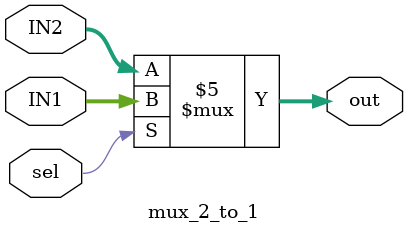
<source format=v>
module test_tb;
    
    reg [7:0] WRITEDATA;
    reg [2:0] WRITEREG, READREG1, READREG2;
    reg CLK, RESET, WRITEENABLE; 
    wire [7:0] REGOUT1, REGOUT2;
    wire [31:0] PC;
    reg [7:0] MEMORY[0:1023];
    wire [31:0] INS_MEMORY;
    
    cpu mycpu(RESET,CLK,PC,INS_MEMORY); //give Instruction to the cpu module depend on the pc
    assign #2 INS_MEMORY={MEMORY[PC+3],MEMORY[PC+2],MEMORY[PC+1],MEMORY[PC]}; //get the instruction from memory
    
       
    initial
    begin
        CLK = 1'b1; //give the instructions as a array
        {MEMORY[3],MEMORY[2],MEMORY[1],MEMORY[0]}=32'b00000110000000100000000000000000;
        {MEMORY[7],MEMORY[6],MEMORY[5],MEMORY[4]}=32'b00000000000000010000000011110111;
        {MEMORY[11],MEMORY[10],MEMORY[9],MEMORY[8]}=32'b00000000000000110000000011110000;
        {MEMORY[15],MEMORY[14],MEMORY[13],MEMORY[12]}=32'b00000000000000010000000000000101;
        {MEMORY[19],MEMORY[18],MEMORY[17],MEMORY[16]}=32'b00000000000000110000000000000101;
        {MEMORY[23],MEMORY[22],MEMORY[21],MEMORY[20]}=32'b00000111111111100000000100000011;
        {MEMORY[27],MEMORY[26],MEMORY[25],MEMORY[24]}=32'b00000010000000100000000100000011;
        {MEMORY[31],MEMORY[30],MEMORY[29],MEMORY[28]}=32'b00000011000000010000000100000001;
        {MEMORY[35],MEMORY[34],MEMORY[33],MEMORY[32]}=32'b00000010000000100000000100000011;
        {MEMORY[39],MEMORY[38],MEMORY[37],MEMORY[36]}=32'b00000101000001010000010000000010;
        {MEMORY[43],MEMORY[42],MEMORY[41],MEMORY[40]}=32'b00000011000000010000000100000001;
        {MEMORY[47],MEMORY[46],MEMORY[45],MEMORY[44]}=32'b00000100000001010000010000000001;
        
        
        // generate files needed to plot the waveform using GTKWave
        $dumpfile("cpu_wavedata.vcd");
		$dumpvars(0, test_tb);
        
        // assign values with time to input signals to see output 
        RESET = 1'b0;
        #1 RESET= 1'b1;
        #1 RESET= 1'b0;
        
        

        
        #180
        $finish;
    end
    
    // clock signal generation
    always
        #5 CLK = ~CLK;
        

endmodule




















module cpu(RESET,CLK,PC,INS_FROM_MEMORY);

input RESET,CLK;
input [31:0] INS_FROM_MEMORY;

output reg [31:0] PC;

wire [31:0]OUTPUT_PC;


control_unit my_control_unit(RESET,CLK,PC,INS_FROM_MEMORY,OUTPUT_PC);


always @(RESET) begin //set the pc value depend on the RESET to start the programme
    PC=-4;
end

always @(posedge CLK) begin //update the pc value depend on the positive clock edge
   
        #1 PC=OUTPUT_PC; //update the pc
end  
endmodule





















module control_unit(RESET,CLK,PC,INSTRUCTION,OUTPUT_PC);

input RESET,CLK;
input [31:0] INSTRUCTION,PC;

output [31:0] OUTPUT_PC;


wire [2:0] WRITEREG, READREG1, READREG2;
wire [3:0] OPCODE;
wire [7:0] REGOUT1, REGOUT2,ALURESULT;
wire ZERO,beq_signal;
wire [31:0] IMMIDIATE,OUTPUT_ADDED_PC,OUT_MUX3,PC_INCREMENT;

reg [7:0] DATA2;
reg [2:0] ALUOP;
reg MUX1,MUX2,WRITEENABLE,MUX3,MUX4;

assign   PC_INCREMENT=PC+4; //increment the pc value by 4
assign   WRITEREG=INSTRUCTION[18:16]; //decode the instruction and get Writereg
assign   READREG1=INSTRUCTION[10:8];  //decode the instruction and get readreg1
assign   READREG2=INSTRUCTION[2:0];   //decode the instruction and get readreg2
assign  #1 OPCODE=INSTRUCTION[27:24];   //decode the instruction and get opcode

and(beq_signal,MUX4,ZERO);//make and operation between zero signal and MUx4 to check whether equal the two registers of beq
adder myadder(IMMIDIATE,PC_INCREMENT,OUTPUT_ADDED_PC); //extended imidiate value in distination field is being added to pc
signExtention mysignExtention(INSTRUCTION[23:16],IMMIDIATE);//pass the imidate value in distination field to sign extension
reg_file File(ALURESULT, REGOUT1, REGOUT2, WRITEREG, READREG1, READREG2, WRITEENABLE, CLK, RESET); //reg file control 
alu mainalu(REGOUT1, DATA2, ALURESULT, ALUOP,ZERO); //alu control
mux_2_to_1 mymux3(OUTPUT_ADDED_PC,PC_INCREMENT,MUX3,OUT_MUX3);//check wheather jump or not when jump immidiate added is taken
mux_2_to_1 mymux4(OUTPUT_ADDED_PC,OUT_MUX3,beq_signal,OUTPUT_PC);//check wheather beq and output ZERO,or not 



always @(RESET) //when reset zero make write enable to zero for avoiding written garbage to register
begin
  WRITEENABLE=1'b0 ; 
end

always @(OPCODE)  //depend on the opcode generate the control signals 
begin
   case(OPCODE)
        4'b0010 :begin       //add
                WRITEENABLE=1'b1; //write enable signal
                MUX1=1'b1; //mux1 signal
                MUX2=1'b0; //mux2 signal
                MUX3=1'b0;
                MUX4=1'b0;
                ALUOP=3'b001; //aluop code
                end      
        4'b0011 :begin     //sub
                WRITEENABLE=1'b1;
                MUX1=1'b0;
                MUX2=1'b0;
                MUX3=1'b0;
                MUX4=1'b0;
                ALUOP=3'b001;
                end          
        4'b0101 :begin     //or
                WRITEENABLE=1'b1;
                MUX1=1'b1;
                MUX2=1'b0;
                MUX3=1'b0;
                MUX4=1'b0;
                ALUOP=3'b011;
                end               
        4'b0100 :begin    //and
                WRITEENABLE=1'b1;
                MUX1=1'b1;
                MUX2=1'b0;
                MUX3=1'b0;
                MUX4=1'b0;
                ALUOP=3'b010;
                end               
        4'b0001 :begin      //mov
                WRITEENABLE=1'b1;
                MUX1=1'b1;
                MUX2=1'b0;
                MUX3=1'b0;
                MUX4=1'b0;
                ALUOP=3'b000;
                end              
        4'b0000 :begin     //lodi
                WRITEENABLE=1'b1;
                MUX1=1'b0;
                MUX2=1'b1;
                MUX3=1'b0;
                MUX4=1'b0;
                ALUOP=3'b000;
                end
        4'b0110 :begin     //J instruction
                WRITEENABLE=1'b0;
                MUX1=1'b0;
                MUX2=1'b1;
                MUX3=1'b1;
                MUX4=1'b0;
                ALUOP=3'b000;
                end       

        4'b0111 :begin     //beq instruction
                WRITEENABLE=1'b0;
                MUX1=1'b0;
                MUX2=1'b0;
                MUX3=1'b0;
                MUX4=1'b1;
                ALUOP=3'b001;
                end                      
              
    endcase
   
end


always @(MUX2 or MUX1 or REGOUT2 or INSTRUCTION) //depend on mux1,mux2 give the operand2{DATA2} to the alu
begin
    if(MUX2==1'b1) begin
            DATA2=INSTRUCTION[7:0];
            
        end
    else if (MUX1==1'b1) begin
        DATA2=REGOUT2;
    end else begin
        DATA2=~REGOUT2+1;
    end
end


endmodule















module reg_file(IN, OUT1, OUT2, INADDRESS, OUT1ADDRESS, OUT2ADDRESS, WRITE, CLK, RESET);
	input [2:0] INADDRESS, OUT1ADDRESS,OUT2ADDRESS; //declare inputs
	input [7:0] IN; //declare input In
	input WRITE,CLK,RESET;
	output  [7:0] OUT1,OUT2; //declare outputs
    reg [7:0] register[0:7]; //register file with 8 registers
	integer i; //declare two integers
    integer j;

   

    always @(OUT1ADDRESS or OUT2ADDRESS) //define always block for select OUT1,OUT2 registers
    begin                                //depend on the OUT1ADDRESS and OUT2ADDRESS
        case(OUT1ADDRESS) //select integer i on OUT1ADDRESS
                3'b000 :i=0;
                3'b001 :i=1;
                3'b010 :i=2;
                3'b011 :i=3;
                3'b100 :i=4;
                3'b101 :i=5;
                3'b110 :i=6;
                3'b111 :i=7;
                
        endcase
                
        case(OUT2ADDRESS)  //select integer i on OUT2ADDRESS
                3'b000 :j=0;
                3'b001 :j=1;
                3'b010 :j=2;
                3'b011 :j=3;
                3'b100 :j=4;
                3'b101 :j=5;
                3'b110 :j=6;
                3'b111 :j=7;
                
        endcase

    end


	always @(posedge CLK or  RESET) //define always block for write and reset the register 
	begin                           //on the clock edge and reset level
        if(RESET==1'b1) //if reset is 1 then every register become zero 
            #2  //delay for reset the register file
            begin
            register[0]=8'b00000000;
            register[1]=8'b00000000;
            register[2]=8'b00000000;
            register[3]=8'b00000000;
            register[4]=8'b00000000;
            register[5]=8'b00000000;
            register[6]=8'b00000000;
            register[7]=8'b00000000;
            end
        else if(WRITE==1'b1) //if write is enable regiter is writting depend on INADDRESS
            #2               //on the clock edge,#2 for give delay for writting
            begin
                case(INADDRESS) //write register on INADDRESS
                    3'b000 :register[0]=IN;
                    3'b001 :register[1]=IN;
                    3'b010 :register[2]=IN;
                    3'b011 :register[3]=IN;
                    3'b100 :register[4]=IN;
                    3'b101 :register[5]=IN;
                    3'b110 :register[6]=IN;
                    3'b111 :register[7]=IN;
                
                endcase
            end

        
	end
    assign #2 OUT1=register[i];  //Set OUT1 asynchronsly 
    assign #2 OUT2=register[j];  //Set OUT2 asynchronsly ,OUT1,OUT2 are changing when  assign value is changing
	
endmodule




















module  alu(DATA1, DATA2, RESULT, SELECT,ZERO); //module deleration
	input [7:0] DATA1,DATA2;  //define input  two 8 bit buses for oprands
	input [2:0] SELECT; //define input 3 bit buse for alu op selector
	
    output reg [7:0] RESULT; //define 8 bit out bus as a reg type
    output ZERO;

    wire wire1,wire2,wire3;

    or(wire1,RESULT[0],RESULT[1],RESULT[2]);
    or(wire2,RESULT[3],RESULT[4],RESULT[5]);
    or(wire3,RESULT[5],RESULT[6]);
    nor(ZERO,wire1,wire2,wire3);

always @(DATA1 or DATA2 or SELECT)  //declare always block wich sensitive for DATA1,DATA2,SELECT
	begin
		#1
		case (SELECT) //case block for handle the selector 
			3'b000 : RESULT=DATA2;  //FORWARD instruction output
					
			3'b001 : #1 RESULT=DATA1+DATA2; //ADD instruction output
                        
			3'b010 :RESULT=DATA1&DATA2; // bitwise and for AND instruction output
					
			3'b011 :RESULT=DATA1|DATA2; // bitwise or for OR instruction output
					 
					
			default:RESULT = 8'bxxxxxxxx; //for handle unused selectors and output in unnown
					  
					
		endcase 
	end 
endmodule





module signExtention(
    Immidiate,ExtendedImmidiate
);

integer i;

input [7:0] Immidiate;
output reg [31:0] ExtendedImmidiate;


always @(Immidiate) begin
    ExtendedImmidiate[1:0]=2'b00;
    ExtendedImmidiate[9:2]=Immidiate;
    for (i =10; i < 32; i = i + 1) begin
      ExtendedImmidiate[i]=Immidiate[7];
    end
end

endmodule // signExtention for extend the word imidiate to bit address




module adder( //adder for add pc and immidiate
    IMMIDIATE,PC,PC_OUT
);
input [31:0] IMMIDIATE,PC;
output reg [31:0] PC_OUT;

always @(IMMIDIATE or PC) begin
    #2 PC_OUT=PC+IMMIDIATE;
end

endmodule // adder




module mux_2_to_1( //mux for get 32 bit two inputs and output on select
    IN1,IN2,sel,out
);

input [31:0] IN1,IN2;
input sel;
output reg [31:0] out;

always @(sel,IN1,IN2) begin
    if (sel==1'b1) out =IN1;
    else out =IN2;
end

endmodule // 2X1_Mux
</source>
